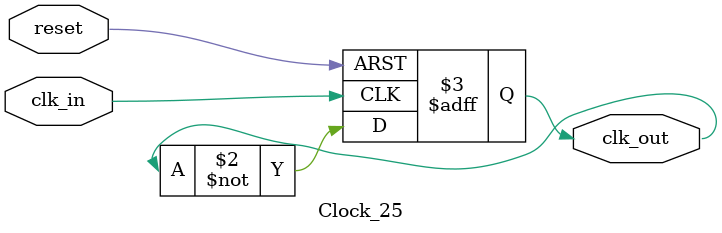
<source format=v>
module Clock_25(clk_out, reset, clk_in);

// I/O declarations
input clk_in, reset;
output reg clk_out;

// Making a 25MHz clock for the VGA driver
always@(posedge clk_in or posedge reset)
	begin
		if (reset) clk_out <= 0;
		else clk_out <= ~clk_out;
	end

endmodule
</source>
